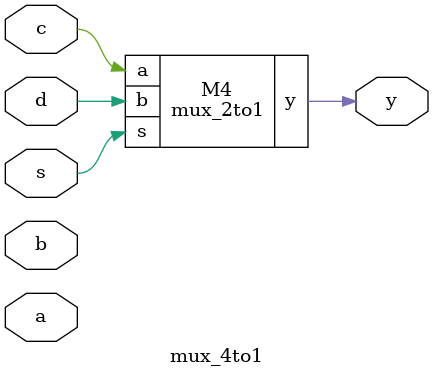
<source format=sv>
module top_module (
    input c,
    input d,
    output [3:0] mux_in
);
    wire ab00 = ~a & ~b;
    wire ab01 = ~a &  b;
    wire ab10 =  a  & ~b;
    wire ab11 =  a  &  b;

    wire m0;
    wire m1;
    wire m2;
    wire m3;
    wire m4;
    wire m5;
    wire m6;
    wire m7;

    assign mux_in[0] = m7;
    assign mux_in[1] = m5;
    assign mux_in[2] = m0;
    assign mux_in[3] = m1;

    mux_2to1 M0(
        .a(m1),
        .b(m0),
        .s(c),
        .y(m7)
    );

    mux_4to1 M1(
        .a(m3),
        .b(m2),
        .c(m6),
        .d(m5),
        .s(d),
        .y(m1)
    );

    mux_2to1 M2(
        .a(micro2),
        .b(ab01),
        .s(c),
        .y(m5)
    );

    mux_2to1 M3(
        .a(ab00),
        .b(micro1),
        .s(d),
        .y(m0)
    );

    mux_2to1 M4(
        .a(~a),
        .b(~b),
        .s(c),
        .y(m2)
    );

    mux_2to1 M5(
        .a(c),
        .b(ab10),
        .s(d),
        .y(m3)
    );

    mux_2to1 M6(
        .a(ab11),
        .b(b),
        .s(c),
        .y(m6)
    );

    mux_2to1 M7(
        .a(ab00),
        .b(ab10),
        .s(d),
        .y(micro1)
    );

    mux_2to1 M8(
        .a(ab01),
        .b(ab11),
        .s(d),
        .y(micro2)
    );
endmodule
module mux_2to1 (
	input a,
	input b,
	input s,
	output y
);
    assign y = (s == 0) ? a : b;
endmodule
module mux_4to1 (
	input a,
	input b,
	input c,
	input d,
	input s,
	output y
);
    wire m0;
    wire m1;
    wire m2;
    wire m3;

    mux_2to1 M0(
        .a(a),
        .b(b),
        .s(s[0]),
        .y(m0)
    );

    mux_2to1 M1(
        .a(c),
        .b(d),
        .s(s[0]),
        .y(m1)
    );

    mux_2to1 M2(
        .a(m0),
        .b(m1),
        .s(s[1]),
        .y(m2)
    );

    mux_2to1 M3(
        .a(a),
        .b(b),
        .s(s[0]),
        .y(m3)
    );

    mux_2to1 M4(
        .a(c),
        .b(d),
        .s(s[0]),
        .y(y)
    );
endmodule

</source>
